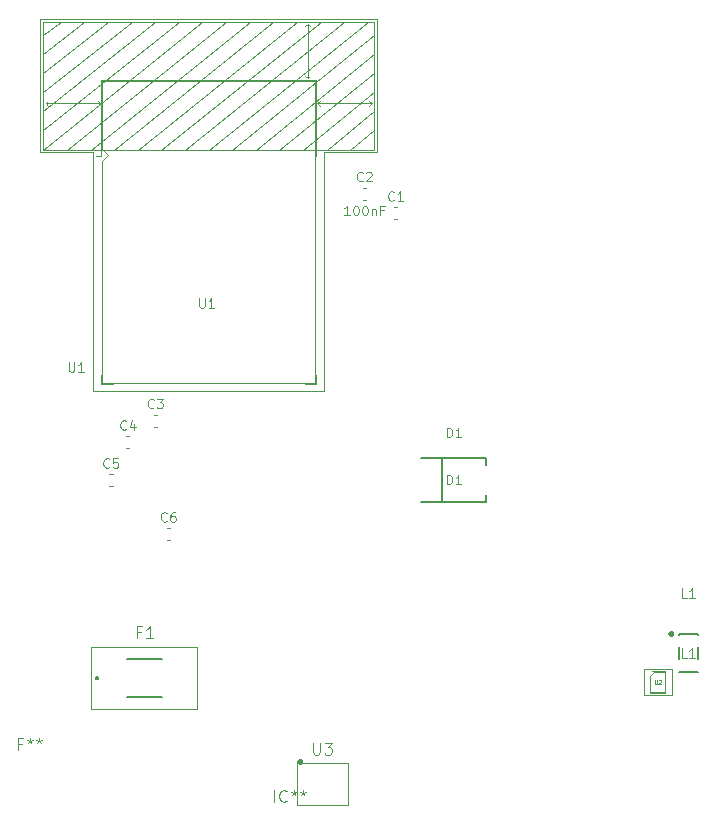
<source format=gbr>
%TF.GenerationSoftware,Flux,Pcbnew,9.0.4-9.0.4-0~ubuntu22.04.1*%
%TF.CreationDate,2025-10-20T13:02:16+00:00*%
%TF.ProjectId,input,696e7075-742e-46b6-9963-61645f706362,rev?*%
%TF.SameCoordinates,Original*%
%TF.FileFunction,Legend,Top*%
%TF.FilePolarity,Positive*%
%FSLAX46Y46*%
G04 Gerber Fmt 4.6, Leading zero omitted, Abs format (unit mm)*
G04 Filename: sarlls-iot*
G04 Build it with Flux! Visit our site at: https://www.flux.ai (PCBNEW 9.0.4-9.0.4-0~ubuntu22.04.1) date 2025-10-20 13:02:16*
%MOMM*%
%LPD*%
G01*
G04 APERTURE LIST*
%ADD10C,0.095000*%
%ADD11C,0.120650*%
%ADD12C,0.038000*%
%ADD13C,0.100000*%
%ADD14C,0.050000*%
%ADD15C,0.120000*%
%ADD16C,0.060000*%
%ADD17C,0.150000*%
%ADD18C,0.250000*%
%ADD19C,0.200000*%
G04 APERTURE END LIST*
D10*
X-9930523Y15907744D02*
X-9930523Y15260125D01*
X-9930523Y15260125D02*
X-9892428Y15183935D01*
X-9892428Y15183935D02*
X-9854333Y15145840D01*
X-9854333Y15145840D02*
X-9778142Y15107744D01*
X-9778142Y15107744D02*
X-9625761Y15107744D01*
X-9625761Y15107744D02*
X-9549571Y15145840D01*
X-9549571Y15145840D02*
X-9511476Y15183935D01*
X-9511476Y15183935D02*
X-9473380Y15260125D01*
X-9473380Y15260125D02*
X-9473380Y15907744D01*
X-8673381Y15107744D02*
X-9130524Y15107744D01*
X-8901952Y15107744D02*
X-8901952Y15907744D01*
X-8901952Y15907744D02*
X-8978143Y15793459D01*
X-8978143Y15793459D02*
X-9054333Y15717268D01*
X-9054333Y15717268D02*
X-9130524Y15679173D01*
X-20959923Y10473944D02*
X-20959923Y9826325D01*
X-20959923Y9826325D02*
X-20921828Y9750135D01*
X-20921828Y9750135D02*
X-20883733Y9712040D01*
X-20883733Y9712040D02*
X-20807542Y9673944D01*
X-20807542Y9673944D02*
X-20655161Y9673944D01*
X-20655161Y9673944D02*
X-20578971Y9712040D01*
X-20578971Y9712040D02*
X-20540876Y9750135D01*
X-20540876Y9750135D02*
X-20502780Y9826325D01*
X-20502780Y9826325D02*
X-20502780Y10473944D01*
X-19702781Y9673944D02*
X-20159924Y9673944D01*
X-19931352Y9673944D02*
X-19931352Y10473944D01*
X-19931352Y10473944D02*
X-20007543Y10359659D01*
X-20007543Y10359659D02*
X-20083733Y10283468D01*
X-20083733Y10283468D02*
X-20159924Y10245373D01*
X-12676932Y-2918364D02*
X-12715028Y-2956460D01*
X-12715028Y-2956460D02*
X-12829313Y-2994555D01*
X-12829313Y-2994555D02*
X-12905504Y-2994555D01*
X-12905504Y-2994555D02*
X-13019790Y-2956460D01*
X-13019790Y-2956460D02*
X-13095980Y-2880269D01*
X-13095980Y-2880269D02*
X-13134075Y-2804079D01*
X-13134075Y-2804079D02*
X-13172171Y-2651698D01*
X-13172171Y-2651698D02*
X-13172171Y-2537412D01*
X-13172171Y-2537412D02*
X-13134075Y-2385031D01*
X-13134075Y-2385031D02*
X-13095980Y-2308840D01*
X-13095980Y-2308840D02*
X-13019790Y-2232650D01*
X-13019790Y-2232650D02*
X-12905504Y-2194555D01*
X-12905504Y-2194555D02*
X-12829313Y-2194555D01*
X-12829313Y-2194555D02*
X-12715028Y-2232650D01*
X-12715028Y-2232650D02*
X-12676932Y-2270745D01*
X-11991218Y-2194555D02*
X-12143599Y-2194555D01*
X-12143599Y-2194555D02*
X-12219790Y-2232650D01*
X-12219790Y-2232650D02*
X-12257885Y-2270745D01*
X-12257885Y-2270745D02*
X-12334075Y-2385031D01*
X-12334075Y-2385031D02*
X-12372171Y-2537412D01*
X-12372171Y-2537412D02*
X-12372171Y-2842174D01*
X-12372171Y-2842174D02*
X-12334075Y-2918364D01*
X-12334075Y-2918364D02*
X-12295980Y-2956460D01*
X-12295980Y-2956460D02*
X-12219790Y-2994555D01*
X-12219790Y-2994555D02*
X-12067409Y-2994555D01*
X-12067409Y-2994555D02*
X-11991218Y-2956460D01*
X-11991218Y-2956460D02*
X-11953123Y-2918364D01*
X-11953123Y-2918364D02*
X-11915028Y-2842174D01*
X-11915028Y-2842174D02*
X-11915028Y-2651698D01*
X-11915028Y-2651698D02*
X-11953123Y-2575507D01*
X-11953123Y-2575507D02*
X-11991218Y-2537412D01*
X-11991218Y-2537412D02*
X-12067409Y-2499317D01*
X-12067409Y-2499317D02*
X-12219790Y-2499317D01*
X-12219790Y-2499317D02*
X-12295980Y-2537412D01*
X-12295980Y-2537412D02*
X-12334075Y-2575507D01*
X-12334075Y-2575507D02*
X-12372171Y-2651698D01*
X11026324Y145944D02*
X11026324Y945944D01*
X11026324Y945944D02*
X11216800Y945944D01*
X11216800Y945944D02*
X11331086Y907849D01*
X11331086Y907849D02*
X11407276Y831659D01*
X11407276Y831659D02*
X11445371Y755468D01*
X11445371Y755468D02*
X11483467Y603087D01*
X11483467Y603087D02*
X11483467Y488801D01*
X11483467Y488801D02*
X11445371Y336420D01*
X11445371Y336420D02*
X11407276Y260230D01*
X11407276Y260230D02*
X11331086Y184040D01*
X11331086Y184040D02*
X11216800Y145944D01*
X11216800Y145944D02*
X11026324Y145944D01*
X12245371Y145944D02*
X11788228Y145944D01*
X12016800Y145944D02*
X12016800Y945944D01*
X12016800Y945944D02*
X11940609Y831659D01*
X11940609Y831659D02*
X11864419Y755468D01*
X11864419Y755468D02*
X11788228Y717373D01*
X11026324Y4145944D02*
X11026324Y4945944D01*
X11026324Y4945944D02*
X11216800Y4945944D01*
X11216800Y4945944D02*
X11331086Y4907849D01*
X11331086Y4907849D02*
X11407276Y4831659D01*
X11407276Y4831659D02*
X11445371Y4755468D01*
X11445371Y4755468D02*
X11483467Y4603087D01*
X11483467Y4603087D02*
X11483467Y4488801D01*
X11483467Y4488801D02*
X11445371Y4336420D01*
X11445371Y4336420D02*
X11407276Y4260230D01*
X11407276Y4260230D02*
X11331086Y4184040D01*
X11331086Y4184040D02*
X11216800Y4145944D01*
X11216800Y4145944D02*
X11026324Y4145944D01*
X12245371Y4145944D02*
X11788228Y4145944D01*
X12016800Y4145944D02*
X12016800Y4945944D01*
X12016800Y4945944D02*
X11940609Y4831659D01*
X11940609Y4831659D02*
X11864419Y4755468D01*
X11864419Y4755468D02*
X11788228Y4717373D01*
D11*
X-281395Y-21706346D02*
X-281395Y-22528823D01*
X-281395Y-22528823D02*
X-233014Y-22625585D01*
X-233014Y-22625585D02*
X-184633Y-22673966D01*
X-184633Y-22673966D02*
X-87871Y-22722346D01*
X-87871Y-22722346D02*
X105652Y-22722346D01*
X105652Y-22722346D02*
X202414Y-22673966D01*
X202414Y-22673966D02*
X250795Y-22625585D01*
X250795Y-22625585D02*
X299176Y-22528823D01*
X299176Y-22528823D02*
X299176Y-21706346D01*
X686223Y-21706346D02*
X1315176Y-21706346D01*
X1315176Y-21706346D02*
X976509Y-22093394D01*
X976509Y-22093394D02*
X1121652Y-22093394D01*
X1121652Y-22093394D02*
X1218414Y-22141775D01*
X1218414Y-22141775D02*
X1266795Y-22190156D01*
X1266795Y-22190156D02*
X1315176Y-22286918D01*
X1315176Y-22286918D02*
X1315176Y-22528823D01*
X1315176Y-22528823D02*
X1266795Y-22625585D01*
X1266795Y-22625585D02*
X1218414Y-22673966D01*
X1218414Y-22673966D02*
X1121652Y-22722346D01*
X1121652Y-22722346D02*
X831366Y-22722346D01*
X831366Y-22722346D02*
X734604Y-22673966D01*
X734604Y-22673966D02*
X686223Y-22625585D01*
X-3592895Y-26735546D02*
X-3592895Y-25719546D01*
X-2528513Y-26638785D02*
X-2576894Y-26687166D01*
X-2576894Y-26687166D02*
X-2722037Y-26735546D01*
X-2722037Y-26735546D02*
X-2818799Y-26735546D01*
X-2818799Y-26735546D02*
X-2963942Y-26687166D01*
X-2963942Y-26687166D02*
X-3060704Y-26590404D01*
X-3060704Y-26590404D02*
X-3109085Y-26493642D01*
X-3109085Y-26493642D02*
X-3157466Y-26300118D01*
X-3157466Y-26300118D02*
X-3157466Y-26154975D01*
X-3157466Y-26154975D02*
X-3109085Y-25961451D01*
X-3109085Y-25961451D02*
X-3060704Y-25864689D01*
X-3060704Y-25864689D02*
X-2963942Y-25767927D01*
X-2963942Y-25767927D02*
X-2818799Y-25719546D01*
X-2818799Y-25719546D02*
X-2722037Y-25719546D01*
X-2722037Y-25719546D02*
X-2576894Y-25767927D01*
X-2576894Y-25767927D02*
X-2528513Y-25816308D01*
X-1947942Y-25719546D02*
X-1947942Y-25961451D01*
X-2189847Y-25864689D02*
X-1947942Y-25961451D01*
X-1947942Y-25961451D02*
X-1706037Y-25864689D01*
X-2093085Y-26154975D02*
X-1947942Y-25961451D01*
X-1947942Y-25961451D02*
X-1802799Y-26154975D01*
X-1173847Y-25719546D02*
X-1173847Y-25961451D01*
X-1415752Y-25864689D02*
X-1173847Y-25961451D01*
X-1173847Y-25961451D02*
X-931942Y-25864689D01*
X-1318990Y-26154975D02*
X-1173847Y-25961451D01*
X-1173847Y-25961451D02*
X-1028704Y-26154975D01*
D10*
X-16109932Y4846935D02*
X-16148028Y4808840D01*
X-16148028Y4808840D02*
X-16262313Y4770744D01*
X-16262313Y4770744D02*
X-16338504Y4770744D01*
X-16338504Y4770744D02*
X-16452790Y4808840D01*
X-16452790Y4808840D02*
X-16528980Y4885030D01*
X-16528980Y4885030D02*
X-16567075Y4961220D01*
X-16567075Y4961220D02*
X-16605171Y5113601D01*
X-16605171Y5113601D02*
X-16605171Y5227887D01*
X-16605171Y5227887D02*
X-16567075Y5380268D01*
X-16567075Y5380268D02*
X-16528980Y5456459D01*
X-16528980Y5456459D02*
X-16452790Y5532649D01*
X-16452790Y5532649D02*
X-16338504Y5570744D01*
X-16338504Y5570744D02*
X-16262313Y5570744D01*
X-16262313Y5570744D02*
X-16148028Y5532649D01*
X-16148028Y5532649D02*
X-16109932Y5494554D01*
X-15424218Y5304078D02*
X-15424218Y4770744D01*
X-15614694Y5608840D02*
X-15805171Y5037411D01*
X-15805171Y5037411D02*
X-15309932Y5037411D01*
X-17545932Y1636735D02*
X-17584028Y1598640D01*
X-17584028Y1598640D02*
X-17698313Y1560544D01*
X-17698313Y1560544D02*
X-17774504Y1560544D01*
X-17774504Y1560544D02*
X-17888790Y1598640D01*
X-17888790Y1598640D02*
X-17964980Y1674830D01*
X-17964980Y1674830D02*
X-18003075Y1751020D01*
X-18003075Y1751020D02*
X-18041171Y1903401D01*
X-18041171Y1903401D02*
X-18041171Y2017687D01*
X-18041171Y2017687D02*
X-18003075Y2170068D01*
X-18003075Y2170068D02*
X-17964980Y2246259D01*
X-17964980Y2246259D02*
X-17888790Y2322449D01*
X-17888790Y2322449D02*
X-17774504Y2360544D01*
X-17774504Y2360544D02*
X-17698313Y2360544D01*
X-17698313Y2360544D02*
X-17584028Y2322449D01*
X-17584028Y2322449D02*
X-17545932Y2284354D01*
X-16822123Y2360544D02*
X-17203075Y2360544D01*
X-17203075Y2360544D02*
X-17241171Y1979592D01*
X-17241171Y1979592D02*
X-17203075Y2017687D01*
X-17203075Y2017687D02*
X-17126885Y2055782D01*
X-17126885Y2055782D02*
X-16936409Y2055782D01*
X-16936409Y2055782D02*
X-16860218Y2017687D01*
X-16860218Y2017687D02*
X-16822123Y1979592D01*
X-16822123Y1979592D02*
X-16784028Y1903401D01*
X-16784028Y1903401D02*
X-16784028Y1712925D01*
X-16784028Y1712925D02*
X-16822123Y1636735D01*
X-16822123Y1636735D02*
X-16860218Y1598640D01*
X-16860218Y1598640D02*
X-16936409Y1560544D01*
X-16936409Y1560544D02*
X-17126885Y1560544D01*
X-17126885Y1560544D02*
X-17203075Y1598640D01*
X-17203075Y1598640D02*
X-17241171Y1636735D01*
D12*
X28637490Y-16409062D02*
X28637490Y-16668109D01*
X28637490Y-16668109D02*
X28652728Y-16698585D01*
X28652728Y-16698585D02*
X28667966Y-16713824D01*
X28667966Y-16713824D02*
X28698442Y-16729062D01*
X28698442Y-16729062D02*
X28759395Y-16729062D01*
X28759395Y-16729062D02*
X28789871Y-16713824D01*
X28789871Y-16713824D02*
X28805109Y-16698585D01*
X28805109Y-16698585D02*
X28820347Y-16668109D01*
X28820347Y-16668109D02*
X28820347Y-16409062D01*
X28957490Y-16439538D02*
X28972728Y-16424300D01*
X28972728Y-16424300D02*
X29003204Y-16409062D01*
X29003204Y-16409062D02*
X29079395Y-16409062D01*
X29079395Y-16409062D02*
X29109871Y-16424300D01*
X29109871Y-16424300D02*
X29125109Y-16439538D01*
X29125109Y-16439538D02*
X29140347Y-16470014D01*
X29140347Y-16470014D02*
X29140347Y-16500490D01*
X29140347Y-16500490D02*
X29125109Y-16546204D01*
X29125109Y-16546204D02*
X28942252Y-16729062D01*
X28942252Y-16729062D02*
X29140347Y-16729062D01*
D10*
X6550667Y24233535D02*
X6512571Y24195440D01*
X6512571Y24195440D02*
X6398286Y24157344D01*
X6398286Y24157344D02*
X6322095Y24157344D01*
X6322095Y24157344D02*
X6207809Y24195440D01*
X6207809Y24195440D02*
X6131619Y24271630D01*
X6131619Y24271630D02*
X6093524Y24347820D01*
X6093524Y24347820D02*
X6055428Y24500201D01*
X6055428Y24500201D02*
X6055428Y24614487D01*
X6055428Y24614487D02*
X6093524Y24766868D01*
X6093524Y24766868D02*
X6131619Y24843059D01*
X6131619Y24843059D02*
X6207809Y24919249D01*
X6207809Y24919249D02*
X6322095Y24957344D01*
X6322095Y24957344D02*
X6398286Y24957344D01*
X6398286Y24957344D02*
X6512571Y24919249D01*
X6512571Y24919249D02*
X6550667Y24881154D01*
X7312571Y24157344D02*
X6855428Y24157344D01*
X7084000Y24157344D02*
X7084000Y24957344D01*
X7084000Y24957344D02*
X7007809Y24843059D01*
X7007809Y24843059D02*
X6931619Y24766868D01*
X6931619Y24766868D02*
X6855428Y24728773D01*
X-13774832Y6672035D02*
X-13812928Y6633940D01*
X-13812928Y6633940D02*
X-13927213Y6595844D01*
X-13927213Y6595844D02*
X-14003404Y6595844D01*
X-14003404Y6595844D02*
X-14117690Y6633940D01*
X-14117690Y6633940D02*
X-14193880Y6710130D01*
X-14193880Y6710130D02*
X-14231975Y6786320D01*
X-14231975Y6786320D02*
X-14270071Y6938701D01*
X-14270071Y6938701D02*
X-14270071Y7052987D01*
X-14270071Y7052987D02*
X-14231975Y7205368D01*
X-14231975Y7205368D02*
X-14193880Y7281559D01*
X-14193880Y7281559D02*
X-14117690Y7357749D01*
X-14117690Y7357749D02*
X-14003404Y7395844D01*
X-14003404Y7395844D02*
X-13927213Y7395844D01*
X-13927213Y7395844D02*
X-13812928Y7357749D01*
X-13812928Y7357749D02*
X-13774832Y7319654D01*
X-13508166Y7395844D02*
X-13012928Y7395844D01*
X-13012928Y7395844D02*
X-13279594Y7091082D01*
X-13279594Y7091082D02*
X-13165309Y7091082D01*
X-13165309Y7091082D02*
X-13089118Y7052987D01*
X-13089118Y7052987D02*
X-13051023Y7014892D01*
X-13051023Y7014892D02*
X-13012928Y6938701D01*
X-13012928Y6938701D02*
X-13012928Y6748225D01*
X-13012928Y6748225D02*
X-13051023Y6672035D01*
X-13051023Y6672035D02*
X-13089118Y6633940D01*
X-13089118Y6633940D02*
X-13165309Y6595844D01*
X-13165309Y6595844D02*
X-13393880Y6595844D01*
X-13393880Y6595844D02*
X-13470071Y6633940D01*
X-13470071Y6633940D02*
X-13508166Y6672035D01*
X2820404Y22942144D02*
X2363261Y22942144D01*
X2591833Y22942144D02*
X2591833Y23742144D01*
X2591833Y23742144D02*
X2515642Y23627859D01*
X2515642Y23627859D02*
X2439452Y23551668D01*
X2439452Y23551668D02*
X2363261Y23513573D01*
X3315643Y23742144D02*
X3391833Y23742144D01*
X3391833Y23742144D02*
X3468024Y23704049D01*
X3468024Y23704049D02*
X3506119Y23665954D01*
X3506119Y23665954D02*
X3544214Y23589763D01*
X3544214Y23589763D02*
X3582309Y23437382D01*
X3582309Y23437382D02*
X3582309Y23246906D01*
X3582309Y23246906D02*
X3544214Y23094525D01*
X3544214Y23094525D02*
X3506119Y23018335D01*
X3506119Y23018335D02*
X3468024Y22980240D01*
X3468024Y22980240D02*
X3391833Y22942144D01*
X3391833Y22942144D02*
X3315643Y22942144D01*
X3315643Y22942144D02*
X3239452Y22980240D01*
X3239452Y22980240D02*
X3201357Y23018335D01*
X3201357Y23018335D02*
X3163262Y23094525D01*
X3163262Y23094525D02*
X3125166Y23246906D01*
X3125166Y23246906D02*
X3125166Y23437382D01*
X3125166Y23437382D02*
X3163262Y23589763D01*
X3163262Y23589763D02*
X3201357Y23665954D01*
X3201357Y23665954D02*
X3239452Y23704049D01*
X3239452Y23704049D02*
X3315643Y23742144D01*
X4077548Y23742144D02*
X4153738Y23742144D01*
X4153738Y23742144D02*
X4229929Y23704049D01*
X4229929Y23704049D02*
X4268024Y23665954D01*
X4268024Y23665954D02*
X4306119Y23589763D01*
X4306119Y23589763D02*
X4344214Y23437382D01*
X4344214Y23437382D02*
X4344214Y23246906D01*
X4344214Y23246906D02*
X4306119Y23094525D01*
X4306119Y23094525D02*
X4268024Y23018335D01*
X4268024Y23018335D02*
X4229929Y22980240D01*
X4229929Y22980240D02*
X4153738Y22942144D01*
X4153738Y22942144D02*
X4077548Y22942144D01*
X4077548Y22942144D02*
X4001357Y22980240D01*
X4001357Y22980240D02*
X3963262Y23018335D01*
X3963262Y23018335D02*
X3925167Y23094525D01*
X3925167Y23094525D02*
X3887071Y23246906D01*
X3887071Y23246906D02*
X3887071Y23437382D01*
X3887071Y23437382D02*
X3925167Y23589763D01*
X3925167Y23589763D02*
X3963262Y23665954D01*
X3963262Y23665954D02*
X4001357Y23704049D01*
X4001357Y23704049D02*
X4077548Y23742144D01*
X4687072Y23475478D02*
X4687072Y22942144D01*
X4687072Y23399287D02*
X4725167Y23437382D01*
X4725167Y23437382D02*
X4801357Y23475478D01*
X4801357Y23475478D02*
X4915643Y23475478D01*
X4915643Y23475478D02*
X4991834Y23437382D01*
X4991834Y23437382D02*
X5029929Y23361192D01*
X5029929Y23361192D02*
X5029929Y22942144D01*
X5677548Y23361192D02*
X5410882Y23361192D01*
X5410882Y22942144D02*
X5410882Y23742144D01*
X5410882Y23742144D02*
X5791834Y23742144D01*
X3925167Y25878335D02*
X3887071Y25840240D01*
X3887071Y25840240D02*
X3772786Y25802144D01*
X3772786Y25802144D02*
X3696595Y25802144D01*
X3696595Y25802144D02*
X3582309Y25840240D01*
X3582309Y25840240D02*
X3506119Y25916430D01*
X3506119Y25916430D02*
X3468024Y25992620D01*
X3468024Y25992620D02*
X3429928Y26145001D01*
X3429928Y26145001D02*
X3429928Y26259287D01*
X3429928Y26259287D02*
X3468024Y26411668D01*
X3468024Y26411668D02*
X3506119Y26487859D01*
X3506119Y26487859D02*
X3582309Y26564049D01*
X3582309Y26564049D02*
X3696595Y26602144D01*
X3696595Y26602144D02*
X3772786Y26602144D01*
X3772786Y26602144D02*
X3887071Y26564049D01*
X3887071Y26564049D02*
X3925167Y26525954D01*
X4229928Y26525954D02*
X4268024Y26564049D01*
X4268024Y26564049D02*
X4344214Y26602144D01*
X4344214Y26602144D02*
X4534690Y26602144D01*
X4534690Y26602144D02*
X4610881Y26564049D01*
X4610881Y26564049D02*
X4648976Y26525954D01*
X4648976Y26525954D02*
X4687071Y26449763D01*
X4687071Y26449763D02*
X4687071Y26373573D01*
X4687071Y26373573D02*
X4648976Y26259287D01*
X4648976Y26259287D02*
X4191833Y25802144D01*
X4191833Y25802144D02*
X4687071Y25802144D01*
D11*
X-14894666Y-12330856D02*
X-15233333Y-12330856D01*
X-15233333Y-12863046D02*
X-15233333Y-11847046D01*
X-15233333Y-11847046D02*
X-14749523Y-11847046D01*
X-13830285Y-12863046D02*
X-14410857Y-12863046D01*
X-14120571Y-12863046D02*
X-14120571Y-11847046D01*
X-14120571Y-11847046D02*
X-14217333Y-11992189D01*
X-14217333Y-11992189D02*
X-14314095Y-12088951D01*
X-14314095Y-12088951D02*
X-14410857Y-12137332D01*
X-24957851Y-21787656D02*
X-25296518Y-21787656D01*
X-25296518Y-22319846D02*
X-25296518Y-21303846D01*
X-25296518Y-21303846D02*
X-24812708Y-21303846D01*
X-24280518Y-21303846D02*
X-24280518Y-21545751D01*
X-24522423Y-21448989D02*
X-24280518Y-21545751D01*
X-24280518Y-21545751D02*
X-24038613Y-21448989D01*
X-24425661Y-21739275D02*
X-24280518Y-21545751D01*
X-24280518Y-21545751D02*
X-24135375Y-21739275D01*
X-23506423Y-21303846D02*
X-23506423Y-21545751D01*
X-23748328Y-21448989D02*
X-23506423Y-21545751D01*
X-23506423Y-21545751D02*
X-23264518Y-21448989D01*
X-23651566Y-21739275D02*
X-23506423Y-21545751D01*
X-23506423Y-21545751D02*
X-23361280Y-21739275D01*
D10*
X31339566Y-14506555D02*
X30958614Y-14506555D01*
X30958614Y-14506555D02*
X30958614Y-13706555D01*
X32025280Y-14506555D02*
X31568137Y-14506555D01*
X31796709Y-14506555D02*
X31796709Y-13706555D01*
X31796709Y-13706555D02*
X31720518Y-13820840D01*
X31720518Y-13820840D02*
X31644328Y-13897031D01*
X31644328Y-13897031D02*
X31568137Y-13935126D01*
X31339566Y-9456555D02*
X30958614Y-9456555D01*
X30958614Y-9456555D02*
X30958614Y-8656555D01*
X32025280Y-9456555D02*
X31568137Y-9456555D01*
X31796709Y-9456555D02*
X31796709Y-8656555D01*
X31796709Y-8656555D02*
X31720518Y-8770840D01*
X31720518Y-8770840D02*
X31644328Y-8847031D01*
X31644328Y-8847031D02*
X31568137Y-8885126D01*
D13*
%TO.C,*%
X-136700Y8772500D02*
X-136700Y34277500D01*
X-18136700Y8772500D02*
X-136700Y8772500D01*
X-18136700Y34277500D02*
X-18136700Y28552500D01*
X-18136700Y34277500D02*
X-136700Y34277500D01*
X-18136700Y27552500D02*
X-18136700Y8772500D01*
X-17636700Y28052500D02*
X-18136700Y28552500D01*
X-18136700Y27552500D02*
X-17636700Y28052500D01*
X-23136700Y28502500D02*
X-23136700Y39282500D01*
D14*
X-18886700Y8032500D02*
X-18886700Y28252500D01*
X-18886700Y8032500D02*
X613300Y8032500D01*
X613300Y28252500D02*
X613300Y8032500D01*
X-23386700Y39532500D02*
X5113300Y39532500D01*
D13*
X4863300Y28502500D02*
X-23136700Y28502500D01*
X4863300Y28502500D02*
X4863300Y39282500D01*
X4863300Y39282500D02*
X-23136700Y39282500D01*
D14*
X-23386700Y39532500D02*
X-23386700Y28252500D01*
X5113300Y39532500D02*
X5113300Y28252500D01*
X-23386700Y28252500D02*
X-18886700Y28252500D01*
X613300Y28252500D02*
X5113300Y28252500D01*
D13*
X-21661700Y39282500D02*
X-23136700Y38192500D01*
X-19661700Y39282500D02*
X-23136700Y36577500D01*
X-17661700Y39282500D02*
X-23136700Y34962500D01*
X-15661700Y39282500D02*
X-23136700Y33347500D01*
X-13661700Y39282500D02*
X-23136700Y31732500D01*
X-11661700Y39282500D02*
X-23136700Y30117500D01*
X-9661700Y39282500D02*
X-23136700Y28502500D01*
X-7661700Y39282500D02*
X-21136700Y28502500D01*
X-5661700Y39282500D02*
X-19136700Y28502500D01*
X-17136700Y28502500D02*
X-3661700Y39282500D01*
X-1661700Y39282500D02*
X-15136700Y28502500D01*
X338300Y39282500D02*
X-13136700Y28502500D01*
X2338300Y39282500D02*
X-11136700Y28502500D01*
X4338300Y39282500D02*
X-9136700Y28502500D01*
X4863300Y38192500D02*
X-7136700Y28502500D01*
X4863300Y36577500D02*
X-5136700Y28502500D01*
X4863300Y34962500D02*
X-3136700Y28502500D01*
X4863300Y33347500D02*
X-1136700Y28502500D01*
X4863300Y31732500D02*
X863300Y28502500D01*
X4863300Y30117500D02*
X2863300Y28502500D01*
X63300Y32407500D02*
X4663300Y32407500D01*
X4663300Y32407500D02*
X4463300Y32607500D01*
X4663300Y32407500D02*
X4463300Y32207500D01*
X63300Y32407500D02*
X263300Y32607500D01*
X63300Y32407500D02*
X263300Y32207500D01*
X-22936700Y32407500D02*
X-22736700Y32607500D01*
X-22936700Y32407500D02*
X-22736700Y32207500D01*
X-18336700Y32407500D02*
X-18536700Y32207500D01*
X-22936700Y32407500D02*
X-18336700Y32407500D01*
X-18336700Y32407500D02*
X-18536700Y32607500D01*
X-736700Y34532500D02*
X-936700Y34732500D01*
X-736700Y34532500D02*
X-536700Y34732500D01*
X-736700Y39132500D02*
X-536700Y38932500D01*
X-736700Y34532500D02*
X-736700Y39132500D01*
X-736700Y39132500D02*
X-936700Y38932500D01*
D15*
X-18256700Y9432500D02*
X-18256700Y8652500D01*
X-18256700Y8652500D02*
X-17256700Y8652500D01*
X-16700Y9432500D02*
X-16700Y8652500D01*
X-16700Y8652500D02*
X-1016700Y8652500D01*
X-18256700Y34397500D02*
X-16700Y34397500D01*
X-16700Y34397500D02*
X-16700Y27977500D01*
X-18256700Y34397500D02*
X-18256700Y27977500D01*
X-18256700Y27977500D02*
X-18636700Y27977500D01*
X-12684200Y-3549400D02*
X-12403000Y-3549400D01*
X-12684200Y-4569400D02*
X-12403000Y-4569400D01*
D16*
X8996800Y-1288900D02*
X8995778Y-1296665D01*
X8995778Y-1296665D02*
X8992781Y-1303900D01*
X8992781Y-1303900D02*
X8988013Y-1310113D01*
X8988013Y-1310113D02*
X8981800Y-1314881D01*
X8981800Y-1314881D02*
X8974565Y-1317878D01*
X8974565Y-1317878D02*
X8966800Y-1318900D01*
X8966800Y-1318900D02*
X8959035Y-1317878D01*
X8959035Y-1317878D02*
X8951800Y-1314881D01*
X8951800Y-1314881D02*
X8945587Y-1310113D01*
X8945587Y-1310113D02*
X8940819Y-1303900D01*
X8940819Y-1303900D02*
X8937822Y-1296665D01*
X8937822Y-1296665D02*
X8936800Y-1288900D01*
X8936800Y-1288900D02*
X8937822Y-1281135D01*
X8937822Y-1281135D02*
X8940819Y-1273900D01*
X8940819Y-1273900D02*
X8945587Y-1267687D01*
X8945587Y-1267687D02*
X8951800Y-1262919D01*
X8951800Y-1262919D02*
X8959035Y-1259922D01*
X8959035Y-1259922D02*
X8966800Y-1258900D01*
X8966800Y-1258900D02*
X8974565Y-1259922D01*
X8974565Y-1259922D02*
X8981800Y-1262919D01*
X8981800Y-1262919D02*
X8988013Y-1267687D01*
X8988013Y-1267687D02*
X8992781Y-1273900D01*
X8992781Y-1273900D02*
X8995778Y-1281135D01*
X8995778Y-1281135D02*
X8996800Y-1288900D01*
D17*
X10596800Y2401100D02*
X10596800Y-1378900D01*
X8876800Y2401100D02*
X14356800Y2401100D01*
X8876800Y-1378900D02*
X14356800Y-1378900D01*
X14356800Y2401100D02*
X14356800Y1811100D01*
X14356800Y-1378900D02*
X14356800Y-788900D01*
D18*
X-1277300Y-23296500D02*
X-1281730Y-23330146D01*
X-1281730Y-23330146D02*
X-1294717Y-23361500D01*
X-1294717Y-23361500D02*
X-1315376Y-23388424D01*
X-1315376Y-23388424D02*
X-1342300Y-23409083D01*
X-1342300Y-23409083D02*
X-1373654Y-23422070D01*
X-1373654Y-23422070D02*
X-1407300Y-23426500D01*
X-1407300Y-23426500D02*
X-1440946Y-23422070D01*
X-1440946Y-23422070D02*
X-1472300Y-23409083D01*
X-1472300Y-23409083D02*
X-1499224Y-23388424D01*
X-1499224Y-23388424D02*
X-1519883Y-23361500D01*
X-1519883Y-23361500D02*
X-1532870Y-23330146D01*
X-1532870Y-23330146D02*
X-1537300Y-23296500D01*
X-1537300Y-23296500D02*
X-1532870Y-23262854D01*
X-1532870Y-23262854D02*
X-1519883Y-23231500D01*
X-1519883Y-23231500D02*
X-1499224Y-23204576D01*
X-1499224Y-23204576D02*
X-1472300Y-23183917D01*
X-1472300Y-23183917D02*
X-1440946Y-23170930D01*
X-1440946Y-23170930D02*
X-1407300Y-23166500D01*
X-1407300Y-23166500D02*
X-1373654Y-23170930D01*
X-1373654Y-23170930D02*
X-1342300Y-23183917D01*
X-1342300Y-23183917D02*
X-1315376Y-23204576D01*
X-1315376Y-23204576D02*
X-1294717Y-23231500D01*
X-1294717Y-23231500D02*
X-1281730Y-23262854D01*
X-1281730Y-23262854D02*
X-1277300Y-23296500D01*
D14*
X-1657300Y-23396500D02*
X2642700Y-23396500D01*
X2642700Y-23396500D02*
X2642700Y-26996500D01*
X2642700Y-26996500D02*
X-1657300Y-26996500D01*
X-1657300Y-26996500D02*
X-1657300Y-23396500D01*
D15*
X-16117200Y4215900D02*
X-15836000Y4215900D01*
X-16117200Y3195900D02*
X-15836000Y3195900D01*
X-17553200Y1005700D02*
X-17272000Y1005700D01*
X-17553200Y-14300D02*
X-17272000Y-14300D01*
D13*
X28231300Y-16083000D02*
X28231300Y-17433000D01*
X28231300Y-16083000D02*
X28581300Y-15733000D01*
X28231300Y-17433000D02*
X29531300Y-17433000D01*
X29531300Y-15733000D02*
X28581300Y-15733000D01*
X29531300Y-17433000D02*
X29531300Y-15733000D01*
D15*
X29531300Y-15683000D02*
X28431300Y-15683000D01*
X29531300Y-17483000D02*
X28231300Y-17483000D01*
D14*
X27701300Y-15483000D02*
X27701300Y-17683000D01*
X27701300Y-15483000D02*
X30061300Y-15483000D01*
X30061300Y-17683000D02*
X27701300Y-17683000D01*
X30061300Y-17683000D02*
X30061300Y-15483000D01*
D15*
X6543400Y23602500D02*
X6824600Y23602500D01*
X6543400Y22582500D02*
X6824600Y22582500D01*
X-13782100Y6041000D02*
X-13500900Y6041000D01*
X-13782100Y5021000D02*
X-13500900Y5021000D01*
X3917900Y25247300D02*
X4199100Y25247300D01*
X3917900Y24227300D02*
X4199100Y24227300D01*
D19*
X-18584700Y-16322300D02*
X-18597753Y-16321444D01*
X-18597753Y-16321444D02*
X-18610582Y-16318893D01*
X-18610582Y-16318893D02*
X-18622968Y-16314688D01*
X-18622968Y-16314688D02*
X-18634700Y-16308903D01*
X-18634700Y-16308903D02*
X-18645576Y-16301635D01*
X-18645576Y-16301635D02*
X-18655411Y-16293011D01*
X-18655411Y-16293011D02*
X-18664035Y-16283176D01*
X-18664035Y-16283176D02*
X-18671303Y-16272300D01*
X-18671303Y-16272300D02*
X-18677088Y-16260568D01*
X-18677088Y-16260568D02*
X-18681293Y-16248182D01*
X-18681293Y-16248182D02*
X-18683844Y-16235353D01*
X-18683844Y-16235353D02*
X-18684700Y-16222300D01*
X-18684700Y-16222300D02*
X-18683844Y-16209247D01*
X-18683844Y-16209247D02*
X-18681293Y-16196418D01*
X-18681293Y-16196418D02*
X-18677088Y-16184032D01*
X-18677088Y-16184032D02*
X-18671303Y-16172300D01*
X-18671303Y-16172300D02*
X-18664035Y-16161424D01*
X-18664035Y-16161424D02*
X-18655411Y-16151589D01*
X-18655411Y-16151589D02*
X-18645576Y-16142965D01*
X-18645576Y-16142965D02*
X-18634700Y-16135697D01*
X-18634700Y-16135697D02*
X-18622968Y-16129912D01*
X-18622968Y-16129912D02*
X-18610582Y-16125707D01*
X-18610582Y-16125707D02*
X-18597753Y-16123156D01*
X-18597753Y-16123156D02*
X-18584700Y-16122300D01*
X-18584700Y-16122300D02*
X-18571647Y-16123156D01*
X-18571647Y-16123156D02*
X-18558818Y-16125707D01*
X-18558818Y-16125707D02*
X-18546432Y-16129912D01*
X-18546432Y-16129912D02*
X-18534700Y-16135697D01*
X-18534700Y-16135697D02*
X-18523824Y-16142965D01*
X-18523824Y-16142965D02*
X-18513989Y-16151589D01*
X-18513989Y-16151589D02*
X-18505365Y-16161424D01*
X-18505365Y-16161424D02*
X-18498097Y-16172300D01*
X-18498097Y-16172300D02*
X-18492312Y-16184032D01*
X-18492312Y-16184032D02*
X-18488107Y-16196418D01*
X-18488107Y-16196418D02*
X-18485556Y-16209247D01*
X-18485556Y-16209247D02*
X-18484700Y-16222300D01*
X-18484700Y-16222300D02*
X-18485556Y-16235353D01*
X-18485556Y-16235353D02*
X-18488107Y-16248182D01*
X-18488107Y-16248182D02*
X-18492312Y-16260568D01*
X-18492312Y-16260568D02*
X-18498097Y-16272300D01*
X-18498097Y-16272300D02*
X-18505365Y-16283176D01*
X-18505365Y-16283176D02*
X-18513989Y-16293011D01*
X-18513989Y-16293011D02*
X-18523824Y-16301635D01*
X-18523824Y-16301635D02*
X-18534700Y-16308903D01*
X-18534700Y-16308903D02*
X-18546432Y-16314688D01*
X-18546432Y-16314688D02*
X-18558818Y-16318893D01*
X-18558818Y-16318893D02*
X-18571647Y-16321444D01*
X-18571647Y-16321444D02*
X-18584700Y-16322300D01*
D13*
X-19089700Y-13602300D02*
X-10079700Y-13602300D01*
X-10079700Y-13602300D02*
X-10079700Y-18842300D01*
X-10079700Y-18842300D02*
X-19089700Y-18842300D01*
X-19089700Y-18842300D02*
X-19089700Y-13602300D01*
D19*
X-16084700Y-14602300D02*
X-13084700Y-14602300D01*
X-16084700Y-17842300D02*
X-13084700Y-17842300D01*
D16*
X30702900Y-12541400D02*
X30701878Y-12549165D01*
X30701878Y-12549165D02*
X30698881Y-12556400D01*
X30698881Y-12556400D02*
X30694113Y-12562613D01*
X30694113Y-12562613D02*
X30687900Y-12567381D01*
X30687900Y-12567381D02*
X30680665Y-12570378D01*
X30680665Y-12570378D02*
X30672900Y-12571400D01*
X30672900Y-12571400D02*
X30665135Y-12570378D01*
X30665135Y-12570378D02*
X30657900Y-12567381D01*
X30657900Y-12567381D02*
X30651687Y-12562613D01*
X30651687Y-12562613D02*
X30646919Y-12556400D01*
X30646919Y-12556400D02*
X30643922Y-12549165D01*
X30643922Y-12549165D02*
X30642900Y-12541400D01*
X30642900Y-12541400D02*
X30643922Y-12533635D01*
X30643922Y-12533635D02*
X30646919Y-12526400D01*
X30646919Y-12526400D02*
X30651687Y-12520187D01*
X30651687Y-12520187D02*
X30657900Y-12515419D01*
X30657900Y-12515419D02*
X30665135Y-12512422D01*
X30665135Y-12512422D02*
X30672900Y-12511400D01*
X30672900Y-12511400D02*
X30680665Y-12512422D01*
X30680665Y-12512422D02*
X30687900Y-12515419D01*
X30687900Y-12515419D02*
X30694113Y-12520187D01*
X30694113Y-12520187D02*
X30698881Y-12526400D01*
X30698881Y-12526400D02*
X30701878Y-12533635D01*
X30701878Y-12533635D02*
X30702900Y-12541400D01*
D18*
X30132900Y-12491400D02*
X30128470Y-12525046D01*
X30128470Y-12525046D02*
X30115483Y-12556400D01*
X30115483Y-12556400D02*
X30094824Y-12583324D01*
X30094824Y-12583324D02*
X30067900Y-12603983D01*
X30067900Y-12603983D02*
X30036546Y-12616970D01*
X30036546Y-12616970D02*
X30002900Y-12621400D01*
X30002900Y-12621400D02*
X29969254Y-12616970D01*
X29969254Y-12616970D02*
X29937900Y-12603983D01*
X29937900Y-12603983D02*
X29910976Y-12583324D01*
X29910976Y-12583324D02*
X29890317Y-12556400D01*
X29890317Y-12556400D02*
X29877330Y-12525046D01*
X29877330Y-12525046D02*
X29872900Y-12491400D01*
X29872900Y-12491400D02*
X29877330Y-12457754D01*
X29877330Y-12457754D02*
X29890317Y-12426400D01*
X29890317Y-12426400D02*
X29910976Y-12399476D01*
X29910976Y-12399476D02*
X29937900Y-12378817D01*
X29937900Y-12378817D02*
X29969254Y-12365830D01*
X29969254Y-12365830D02*
X30002900Y-12361400D01*
X30002900Y-12361400D02*
X30036546Y-12365830D01*
X30036546Y-12365830D02*
X30067900Y-12378817D01*
X30067900Y-12378817D02*
X30094824Y-12399476D01*
X30094824Y-12399476D02*
X30115483Y-12426400D01*
X30115483Y-12426400D02*
X30128470Y-12457754D01*
X30128470Y-12457754D02*
X30132900Y-12491400D01*
D17*
X32272900Y-12561400D02*
X32272900Y-12541400D01*
X32272900Y-12541400D02*
X30672900Y-12541400D01*
X32272900Y-14661400D02*
X32272900Y-13621400D01*
X30672900Y-15721400D02*
X30672900Y-15741400D01*
X30672900Y-15741400D02*
X32272900Y-15741400D01*
X32272900Y-15741400D02*
X32272900Y-15721400D01*
X30672900Y-13621400D02*
X30672900Y-14661400D01*
X30672900Y-12541400D02*
X30672900Y-12561400D01*
%TD*%
M02*

</source>
